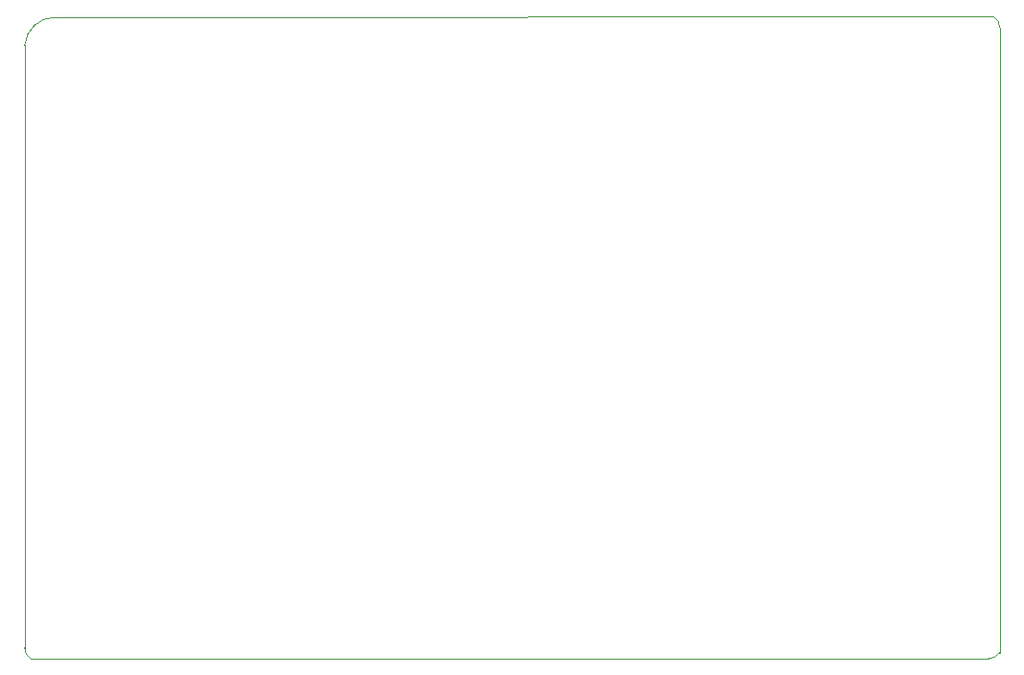
<source format=gbr>
%TF.GenerationSoftware,KiCad,Pcbnew,(5.1.9)-1*%
%TF.CreationDate,2021-03-13T11:21:55-03:00*%
%TF.ProjectId,carcaraFC,63617263-6172-4614-9643-2e6b69636164,rev?*%
%TF.SameCoordinates,Original*%
%TF.FileFunction,Profile,NP*%
%FSLAX46Y46*%
G04 Gerber Fmt 4.6, Leading zero omitted, Abs format (unit mm)*
G04 Created by KiCad (PCBNEW (5.1.9)-1) date 2021-03-13 11:21:55*
%MOMM*%
%LPD*%
G01*
G04 APERTURE LIST*
%TA.AperFunction,Profile*%
%ADD10C,0.050000*%
%TD*%
G04 APERTURE END LIST*
D10*
X108104598Y-110956588D02*
X23570000Y-110950000D01*
X109060000Y-55220000D02*
X109060000Y-110430000D01*
X108533412Y-54264598D02*
X25700000Y-54320000D01*
X23043412Y-109994598D02*
X23047549Y-56798011D01*
X23570000Y-110950000D02*
G75*
G02*
X23043412Y-109994598I603412J955402D01*
G01*
X109060000Y-110430000D02*
G75*
G02*
X108104598Y-110956588I-955402J603412D01*
G01*
X108533412Y-54264598D02*
G75*
G02*
X109060000Y-55220000I-603412J-955402D01*
G01*
X23047548Y-56798011D02*
G75*
G02*
X25700001Y-54320001I2672452J-201989D01*
G01*
M02*

</source>
